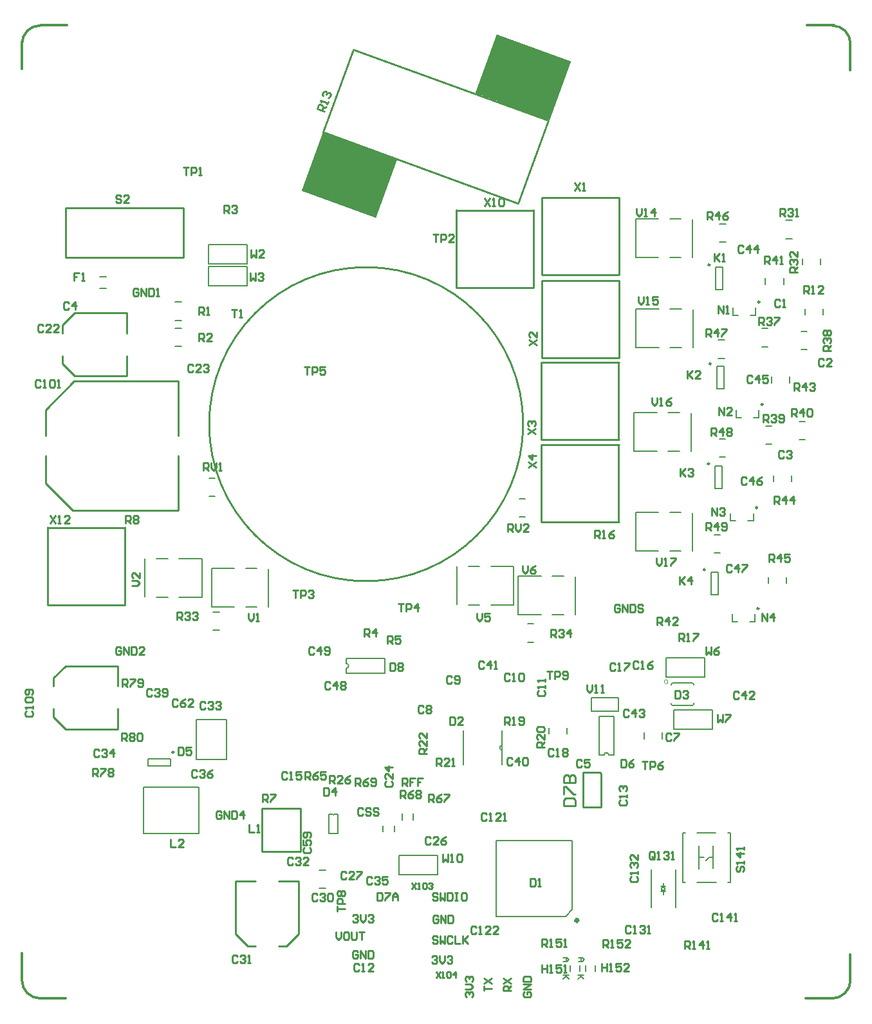
<source format=gto>
G04 Layer_Color=65535*
%FSLAX25Y25*%
%MOIN*%
G70*
G01*
G75*
%ADD10C,0.01200*%
%ADD51C,0.01500*%
%ADD52C,0.01000*%
%ADD90C,0.00984*%
%ADD91C,0.00600*%
%ADD92C,0.00787*%
%ADD93C,0.00000*%
%ADD94C,0.00500*%
G04:AMPARAMS|DCode=95|XSize=409.45mil|YSize=322.83mil|CornerRadius=0mil|HoleSize=0mil|Usage=FLASHONLY|Rotation=160.000|XOffset=0mil|YOffset=0mil|HoleType=Round|Shape=Rectangle|*
%AMROTATEDRECTD95*
4,1,4,0.24759,0.08166,0.13717,-0.22170,-0.24759,-0.08166,-0.13717,0.22170,0.24759,0.08166,0.0*
%
%ADD95ROTATEDRECTD95*%

D10*
X-17569Y479823D02*
G03*
X-27070Y470322I0J-9501D01*
G01*
X402067Y470325D02*
G03*
X392566Y479826I-9501J0D01*
G01*
X392569Y-24114D02*
G03*
X402070Y-14613I0J9501D01*
G01*
X-27067Y-14616D02*
G03*
X-17566Y-24117I9501J0D01*
G01*
X-27067Y457185D02*
Y471161D01*
X-17470Y479823D02*
X-3789D01*
X379429Y479823D02*
X393406D01*
X402067Y456545D02*
Y470226D01*
X402067Y-15453D02*
Y-1476D01*
X378789Y-24114D02*
X392471D01*
X-27067Y-14518D02*
Y-837D01*
X-18406Y-24114D02*
X-4429D01*
D51*
X260971Y16232D02*
G03*
X260971Y16232I-707J0D01*
G01*
D52*
X232535Y273307D02*
G03*
X232535Y273307I-81315J0D01*
G01*
X22638Y137697D02*
Y148130D01*
X-4527D02*
X22638D01*
X22638Y115453D02*
Y125886D01*
X-4527Y115453D02*
X22638D01*
X-10827Y121752D02*
X-4527Y115453D01*
X-10827Y141831D02*
X-4527Y148130D01*
X-10827Y137697D02*
Y141831D01*
X-10827Y121752D02*
Y125886D01*
X272402Y92913D02*
X272992Y92323D01*
Y75000D02*
Y92323D01*
X263543Y92913D02*
X272402D01*
X263543Y75000D02*
X272992D01*
X263543D02*
Y92913D01*
X56496Y359764D02*
Y385354D01*
X-4528Y359764D02*
X56496D01*
X-4528Y385354D02*
X56496D01*
X-4528Y359764D02*
Y385354D01*
X144632Y467481D02*
X245631Y430720D01*
X230011Y387805D02*
X245631Y430720D01*
X230011Y387805D02*
X230011Y387805D01*
X129012Y424566D02*
X144632Y467481D01*
X129012Y424566D02*
X230011Y387805D01*
X26221Y179724D02*
Y219882D01*
X-13780Y219724D02*
X26221D01*
X-13780Y179724D02*
Y219882D01*
Y179724D02*
X26221D01*
X237953Y344134D02*
Y384291D01*
X197953Y384134D02*
X237953D01*
X197953Y344134D02*
Y384291D01*
Y344134D02*
X237953D01*
X281914Y222730D02*
Y262730D01*
X241914D02*
X282071D01*
X241914Y222730D02*
Y262730D01*
Y222730D02*
X282071D01*
X282032Y265273D02*
Y305273D01*
X242032D02*
X282190D01*
X242032Y265273D02*
Y305273D01*
Y265273D02*
X282190D01*
X282106Y307756D02*
Y347756D01*
X242106D02*
X282264D01*
X242106Y307756D02*
Y347756D01*
Y307756D02*
X282264D01*
X282180Y350701D02*
Y390701D01*
X242180D02*
X282337D01*
X242180Y350701D02*
Y390701D01*
Y350701D02*
X282337D01*
X107185Y52106D02*
X117185D01*
Y74468D01*
X97185D02*
X117185D01*
X97185Y52106D02*
X107185D01*
X97185D02*
Y74468D01*
X-14803Y280787D02*
X-39Y295551D01*
X-14803Y267205D02*
Y280787D01*
X-630Y228622D02*
X3504D01*
X-14803Y242795D02*
X-630Y228622D01*
X-14803Y242795D02*
Y256968D01*
X3504Y228622D02*
X53898D01*
Y256968D01*
X-39Y295551D02*
X53898D01*
Y267205D02*
Y295551D01*
X116240Y9449D02*
Y36614D01*
X105807D02*
X116240D01*
X109941Y3150D02*
X116240Y9449D01*
X105807Y3150D02*
X109941D01*
X83563Y36614D02*
X93996D01*
X89862Y3150D02*
X93996D01*
X83563Y9449D02*
Y36614D01*
Y9449D02*
X89862Y3150D01*
X27323Y320472D02*
Y330906D01*
X158D02*
X27323D01*
X27323Y298228D02*
Y308661D01*
X158Y298228D02*
X27323D01*
X-6142Y304528D02*
X158Y298228D01*
X-6142Y324606D02*
X158Y330906D01*
X-6142Y320472D02*
Y324606D01*
X-6142Y304528D02*
Y308661D01*
X90158Y175298D02*
Y172632D01*
X91490Y171299D01*
X92823Y172632D01*
Y175298D01*
X94156Y171299D02*
X95489D01*
X94823D01*
Y175298D01*
X94156Y174632D01*
X53453Y130301D02*
X52787Y130967D01*
X51454D01*
X50787Y130301D01*
Y127635D01*
X51454Y126969D01*
X52787D01*
X53453Y127635D01*
X57452Y130967D02*
X56119Y130301D01*
X54786Y128968D01*
Y127635D01*
X55453Y126969D01*
X56786D01*
X57452Y127635D01*
Y128301D01*
X56786Y128968D01*
X54786D01*
X61451Y126969D02*
X58785D01*
X61451Y129634D01*
Y130301D01*
X60784Y130967D01*
X59451D01*
X58785Y130301D01*
X253451Y75709D02*
X259449D01*
Y78708D01*
X258449Y79707D01*
X254450D01*
X253451Y78708D01*
Y75709D01*
Y81707D02*
Y85705D01*
X254450D01*
X258449Y81707D01*
X259449D01*
X253451Y87705D02*
X259449D01*
Y90704D01*
X258449Y91703D01*
X257450D01*
X256450Y90704D01*
Y87705D01*
Y90704D01*
X255450Y91703D01*
X254450D01*
X253451Y90704D01*
Y87705D01*
X156791Y30524D02*
Y26526D01*
X158791D01*
X159457Y27192D01*
Y29858D01*
X158791Y30524D01*
X156791D01*
X160790D02*
X163456D01*
Y29858D01*
X160790Y27192D01*
Y26526D01*
X164789D02*
Y29191D01*
X166122Y30524D01*
X167455Y29191D01*
Y26526D01*
Y28525D01*
X164789D01*
X311260Y135455D02*
Y131457D01*
X313259D01*
X313926Y132123D01*
Y134789D01*
X313259Y135455D01*
X311260D01*
X315259Y134789D02*
X315925Y135455D01*
X317258D01*
X317924Y134789D01*
Y134123D01*
X317258Y133456D01*
X316591D01*
X317258D01*
X317924Y132790D01*
Y132123D01*
X317258Y131457D01*
X315925D01*
X315259Y132123D01*
X327244Y158093D02*
Y154095D01*
X328577Y155427D01*
X329910Y154095D01*
Y158093D01*
X333909D02*
X332576Y157427D01*
X331243Y156094D01*
Y154761D01*
X331909Y154095D01*
X333242D01*
X333909Y154761D01*
Y155427D01*
X333242Y156094D01*
X331243D01*
X184654Y58943D02*
X183987Y59609D01*
X182655D01*
X181988Y58943D01*
Y56277D01*
X182655Y55610D01*
X183987D01*
X184654Y56277D01*
X188653Y55610D02*
X185987D01*
X188653Y58276D01*
Y58943D01*
X187986Y59609D01*
X186653D01*
X185987Y58943D01*
X192651Y59609D02*
X191319Y58943D01*
X189986Y57610D01*
Y56277D01*
X190652Y55610D01*
X191985D01*
X192651Y56277D01*
Y56943D01*
X191985Y57610D01*
X189986D01*
X194488Y121518D02*
Y117520D01*
X196487D01*
X197154Y118186D01*
Y120852D01*
X196487Y121518D01*
X194488D01*
X201153Y117520D02*
X198487D01*
X201153Y120185D01*
Y120852D01*
X200486Y121518D01*
X199153D01*
X198487Y120852D01*
X29978Y189528D02*
X32643D01*
X33976Y190860D01*
X32643Y192193D01*
X29978D01*
X33976Y196192D02*
Y193526D01*
X31311Y196192D01*
X30644D01*
X29978Y195526D01*
Y194193D01*
X30644Y193526D01*
X269685Y214409D02*
Y218408D01*
X271684D01*
X272351Y217742D01*
Y216409D01*
X271684Y215742D01*
X269685D01*
X271018D02*
X272351Y214409D01*
X273684D02*
X275017D01*
X274350D01*
Y218408D01*
X273684Y217742D01*
X279682Y218408D02*
X278349Y217742D01*
X277016Y216409D01*
Y215076D01*
X277682Y214409D01*
X279015D01*
X279682Y215076D01*
Y215742D01*
X279015Y216409D01*
X277016D01*
X26575Y222146D02*
Y226144D01*
X28574D01*
X29241Y225478D01*
Y224145D01*
X28574Y223479D01*
X26575D01*
X27908D02*
X29241Y222146D01*
X30573Y225478D02*
X31240Y226144D01*
X32573D01*
X33239Y225478D01*
Y224812D01*
X32573Y224145D01*
X33239Y223479D01*
Y222812D01*
X32573Y222146D01*
X31240D01*
X30573Y222812D01*
Y223479D01*
X31240Y224145D01*
X30573Y224812D01*
Y225478D01*
X31240Y224145D02*
X32573D01*
X313228Y161142D02*
Y165140D01*
X315228D01*
X315894Y164474D01*
Y163141D01*
X315228Y162475D01*
X313228D01*
X314561D02*
X315894Y161142D01*
X317227D02*
X318560D01*
X317894D01*
Y165140D01*
X317227Y164474D01*
X320559Y165140D02*
X323225D01*
Y164474D01*
X320559Y161808D01*
Y161142D01*
X365658Y337191D02*
X364991Y337857D01*
X363659D01*
X362992Y337191D01*
Y334525D01*
X363659Y333858D01*
X364991D01*
X365658Y334525D01*
X366991Y333858D02*
X368324D01*
X367657D01*
Y337857D01*
X366991Y337191D01*
X388296Y306600D02*
X387629Y307266D01*
X386296D01*
X385630Y306600D01*
Y303934D01*
X386296Y303268D01*
X387629D01*
X388296Y303934D01*
X392294Y303268D02*
X389629D01*
X392294Y305933D01*
Y306600D01*
X391628Y307266D01*
X390295D01*
X389629Y306600D01*
X367705Y258844D02*
X367039Y259510D01*
X365706D01*
X365039Y258844D01*
Y256178D01*
X365706Y255512D01*
X367039D01*
X367705Y256178D01*
X369038Y258844D02*
X369705Y259510D01*
X371037D01*
X371704Y258844D01*
Y258178D01*
X371037Y257511D01*
X370371D01*
X371037D01*
X371704Y256845D01*
Y256178D01*
X371037Y255512D01*
X369705D01*
X369038Y256178D01*
X-2905Y335911D02*
X-3571Y336577D01*
X-4904D01*
X-5571Y335911D01*
Y333245D01*
X-4904Y332579D01*
X-3571D01*
X-2905Y333245D01*
X427Y332579D02*
Y336577D01*
X-1572Y334578D01*
X1094D01*
X262823Y98844D02*
X262157Y99511D01*
X260824D01*
X260157Y98844D01*
Y96178D01*
X260824Y95512D01*
X262157D01*
X262823Y96178D01*
X266822Y99511D02*
X264156D01*
Y97511D01*
X265489Y98178D01*
X266156D01*
X266822Y97511D01*
Y96178D01*
X266156Y95512D01*
X264823D01*
X264156Y96178D01*
X309359Y112486D02*
X308692Y113152D01*
X307359D01*
X306693Y112486D01*
Y109820D01*
X307359Y109153D01*
X308692D01*
X309359Y109820D01*
X310692Y113152D02*
X313357D01*
Y112486D01*
X310692Y109820D01*
Y109153D01*
X110245Y92801D02*
X109578Y93467D01*
X108245D01*
X107579Y92801D01*
Y90135D01*
X108245Y89468D01*
X109578D01*
X110245Y90135D01*
X111577Y89468D02*
X112910D01*
X112244D01*
Y93467D01*
X111577Y92801D01*
X117576Y93467D02*
X114910D01*
Y91468D01*
X116243Y92134D01*
X116909D01*
X117576Y91468D01*
Y90135D01*
X116909Y89468D01*
X115576D01*
X114910Y90135D01*
X292252Y149828D02*
X291586Y150495D01*
X290253D01*
X289587Y149828D01*
Y147162D01*
X290253Y146496D01*
X291586D01*
X292252Y147162D01*
X293585Y146496D02*
X294918D01*
X294252D01*
Y150495D01*
X293585Y149828D01*
X299583Y150495D02*
X298251Y149828D01*
X296918Y148495D01*
Y147162D01*
X297584Y146496D01*
X298917D01*
X299583Y147162D01*
Y147829D01*
X298917Y148495D01*
X296918D01*
X280186Y149080D02*
X279519Y149747D01*
X278186D01*
X277520Y149080D01*
Y146414D01*
X278186Y145748D01*
X279519D01*
X280186Y146414D01*
X281518Y145748D02*
X282851D01*
X282185D01*
Y149747D01*
X281518Y149080D01*
X284851Y149747D02*
X287516D01*
Y149080D01*
X284851Y146414D01*
Y145748D01*
X248178Y104710D02*
X247511Y105377D01*
X246178D01*
X245512Y104710D01*
Y102044D01*
X246178Y101378D01*
X247511D01*
X248178Y102044D01*
X249511Y101378D02*
X250843D01*
X250177D01*
Y105377D01*
X249511Y104710D01*
X252843D02*
X253509Y105377D01*
X254842D01*
X255509Y104710D01*
Y104044D01*
X254842Y103377D01*
X255509Y102711D01*
Y102044D01*
X254842Y101378D01*
X253509D01*
X252843Y102044D01*
Y102711D01*
X253509Y103377D01*
X252843Y104044D01*
Y104710D01*
X253509Y103377D02*
X254842D01*
X-16232Y324395D02*
X-16898Y325062D01*
X-18231D01*
X-18898Y324395D01*
Y321729D01*
X-18231Y321063D01*
X-16898D01*
X-16232Y321729D01*
X-12233Y321063D02*
X-14899D01*
X-12233Y323729D01*
Y324395D01*
X-12900Y325062D01*
X-14232D01*
X-14899Y324395D01*
X-8234Y321063D02*
X-10900D01*
X-8234Y323729D01*
Y324395D01*
X-8901Y325062D01*
X-10234D01*
X-10900Y324395D01*
X161589Y88296D02*
X160923Y87629D01*
Y86296D01*
X161589Y85630D01*
X164255D01*
X164921Y86296D01*
Y87629D01*
X164255Y88296D01*
X164921Y92294D02*
Y89629D01*
X162256Y92294D01*
X161589D01*
X160923Y91628D01*
Y90295D01*
X161589Y89629D01*
X164921Y95627D02*
X160923D01*
X162922Y93627D01*
Y96293D01*
X140855Y40931D02*
X140188Y41597D01*
X138855D01*
X138189Y40931D01*
Y38265D01*
X138855Y37598D01*
X140188D01*
X140855Y38265D01*
X144853Y37598D02*
X142188D01*
X144853Y40264D01*
Y40931D01*
X144187Y41597D01*
X142854D01*
X142188Y40931D01*
X146186Y41597D02*
X148852D01*
Y40931D01*
X146186Y38265D01*
Y37598D01*
X125944Y29522D02*
X125278Y30189D01*
X123945D01*
X123279Y29522D01*
Y26856D01*
X123945Y26190D01*
X125278D01*
X125944Y26856D01*
X127277Y29522D02*
X127944Y30189D01*
X129277D01*
X129943Y29522D01*
Y28856D01*
X129277Y28189D01*
X128610D01*
X129277D01*
X129943Y27523D01*
Y26856D01*
X129277Y26190D01*
X127944D01*
X127277Y26856D01*
X131276Y29522D02*
X131942Y30189D01*
X133275D01*
X133942Y29522D01*
Y26856D01*
X133275Y26190D01*
X131942D01*
X131276Y26856D01*
Y29522D01*
X84650Y-2305D02*
X83983Y-1639D01*
X82650D01*
X81984Y-2305D01*
Y-4971D01*
X82650Y-5637D01*
X83983D01*
X84650Y-4971D01*
X85983Y-2305D02*
X86649Y-1639D01*
X87982D01*
X88648Y-2305D01*
Y-2971D01*
X87982Y-3638D01*
X87315D01*
X87982D01*
X88648Y-4304D01*
Y-4971D01*
X87982Y-5637D01*
X86649D01*
X85983Y-4971D01*
X89981Y-5637D02*
X91314D01*
X90648D01*
Y-1639D01*
X89981Y-2305D01*
X113394Y48214D02*
X112728Y48881D01*
X111395D01*
X110728Y48214D01*
Y45548D01*
X111395Y44882D01*
X112728D01*
X113394Y45548D01*
X114727Y48214D02*
X115393Y48881D01*
X116726D01*
X117393Y48214D01*
Y47548D01*
X116726Y46881D01*
X116060D01*
X116726D01*
X117393Y46215D01*
Y45548D01*
X116726Y44882D01*
X115393D01*
X114727Y45548D01*
X121392Y44882D02*
X118726D01*
X121392Y47548D01*
Y48214D01*
X120725Y48881D01*
X119392D01*
X118726Y48214D01*
X154255Y38417D02*
X153589Y39083D01*
X152256D01*
X151590Y38417D01*
Y35751D01*
X152256Y35085D01*
X153589D01*
X154255Y35751D01*
X155588Y38417D02*
X156255Y39083D01*
X157588D01*
X158254Y38417D01*
Y37751D01*
X157588Y37084D01*
X156921D01*
X157588D01*
X158254Y36418D01*
Y35751D01*
X157588Y35085D01*
X156255D01*
X155588Y35751D01*
X162253Y39083D02*
X159587D01*
Y37084D01*
X160920Y37751D01*
X161586D01*
X162253Y37084D01*
Y35751D01*
X161586Y35085D01*
X160254D01*
X159587Y35751D01*
X344280Y134198D02*
X343614Y134865D01*
X342281D01*
X341614Y134198D01*
Y131533D01*
X342281Y130866D01*
X343614D01*
X344280Y131533D01*
X347612Y130866D02*
Y134865D01*
X345613Y132866D01*
X348279D01*
X352277Y130866D02*
X349612D01*
X352277Y133532D01*
Y134198D01*
X351611Y134865D01*
X350278D01*
X349612Y134198D01*
X287312Y125084D02*
X286645Y125751D01*
X285312D01*
X284646Y125084D01*
Y122418D01*
X285312Y121752D01*
X286645D01*
X287312Y122418D01*
X290644Y121752D02*
Y125751D01*
X288644Y123751D01*
X291310D01*
X292643Y125084D02*
X293309Y125751D01*
X294642D01*
X295309Y125084D01*
Y124418D01*
X294642Y123751D01*
X293976D01*
X294642D01*
X295309Y123085D01*
Y122418D01*
X294642Y121752D01*
X293309D01*
X292643Y122418D01*
X346662Y365242D02*
X345995Y365908D01*
X344662D01*
X343996Y365242D01*
Y362576D01*
X344662Y361910D01*
X345995D01*
X346662Y362576D01*
X349994Y361910D02*
Y365908D01*
X347995Y363909D01*
X350661D01*
X353993Y361910D02*
Y365908D01*
X351993Y363909D01*
X354659D01*
X351288Y297919D02*
X350621Y298585D01*
X349289D01*
X348622Y297919D01*
Y295253D01*
X349289Y294587D01*
X350621D01*
X351288Y295253D01*
X354620Y294587D02*
Y298585D01*
X352621Y296586D01*
X355287D01*
X359285Y298585D02*
X356620D01*
Y296586D01*
X357952Y297252D01*
X358619D01*
X359285Y296586D01*
Y295253D01*
X358619Y294587D01*
X357286D01*
X356620Y295253D01*
X348335Y245458D02*
X347669Y246125D01*
X346336D01*
X345669Y245458D01*
Y242792D01*
X346336Y242126D01*
X347669D01*
X348335Y242792D01*
X351667Y242126D02*
Y246125D01*
X349668Y244125D01*
X352334D01*
X356332Y246125D02*
X355000Y245458D01*
X353667Y244125D01*
Y242792D01*
X354333Y242126D01*
X355666D01*
X356332Y242792D01*
Y243459D01*
X355666Y244125D01*
X353667D01*
X340658Y199887D02*
X339991Y200554D01*
X338659D01*
X337992Y199887D01*
Y197222D01*
X338659Y196555D01*
X339991D01*
X340658Y197222D01*
X343990Y196555D02*
Y200554D01*
X341991Y198555D01*
X344657D01*
X345989Y200554D02*
X348655D01*
Y199887D01*
X345989Y197222D01*
Y196555D01*
X132489Y139356D02*
X131822Y140022D01*
X130489D01*
X129823Y139356D01*
Y136690D01*
X130489Y136024D01*
X131822D01*
X132489Y136690D01*
X135821Y136024D02*
Y140022D01*
X133821Y138023D01*
X136487D01*
X137820Y139356D02*
X138487Y140022D01*
X139820D01*
X140486Y139356D01*
Y138689D01*
X139820Y138023D01*
X140486Y137356D01*
Y136690D01*
X139820Y136024D01*
X138487D01*
X137820Y136690D01*
Y137356D01*
X138487Y138023D01*
X137820Y138689D01*
Y139356D01*
X138487Y138023D02*
X139820D01*
X124221Y157368D02*
X123555Y158034D01*
X122222D01*
X121555Y157368D01*
Y154702D01*
X122222Y154035D01*
X123555D01*
X124221Y154702D01*
X127553Y154035D02*
Y158034D01*
X125554Y156035D01*
X128220D01*
X129552Y154702D02*
X130219Y154035D01*
X131552D01*
X132218Y154702D01*
Y157368D01*
X131552Y158034D01*
X130219D01*
X129552Y157368D01*
Y156701D01*
X130219Y156035D01*
X132218D01*
X119109Y54044D02*
X118442Y53377D01*
Y52044D01*
X119109Y51378D01*
X121774D01*
X122441Y52044D01*
Y53377D01*
X121774Y54044D01*
X118442Y58043D02*
Y55377D01*
X120442D01*
X119775Y56710D01*
Y57376D01*
X120442Y58043D01*
X121774D01*
X122441Y57376D01*
Y56043D01*
X121774Y55377D01*
Y59375D02*
X122441Y60042D01*
Y61375D01*
X121774Y62041D01*
X119109D01*
X118442Y61375D01*
Y60042D01*
X119109Y59375D01*
X119775D01*
X120442Y60042D01*
Y62041D01*
X-17314Y295655D02*
X-17981Y296322D01*
X-19314D01*
X-19980Y295655D01*
Y292989D01*
X-19314Y292323D01*
X-17981D01*
X-17314Y292989D01*
X-15982Y292323D02*
X-14649D01*
X-15315D01*
Y296322D01*
X-15982Y295655D01*
X-12649D02*
X-11983Y296322D01*
X-10650D01*
X-9984Y295655D01*
Y292989D01*
X-10650Y292323D01*
X-11983D01*
X-12649Y292989D01*
Y295655D01*
X-8651Y292323D02*
X-7318D01*
X-7984D01*
Y296322D01*
X-8651Y295655D01*
X213650Y71246D02*
X212984Y71912D01*
X211651D01*
X210984Y71246D01*
Y68580D01*
X211651Y67913D01*
X212984D01*
X213650Y68580D01*
X214983Y67913D02*
X216316D01*
X215649D01*
Y71912D01*
X214983Y71246D01*
X220981Y67913D02*
X218315D01*
X220981Y70579D01*
Y71246D01*
X220315Y71912D01*
X218982D01*
X218315Y71246D01*
X222314Y67913D02*
X223647D01*
X222980D01*
Y71912D01*
X222314Y71246D01*
X208079Y12486D02*
X207413Y13152D01*
X206080D01*
X205413Y12486D01*
Y9820D01*
X206080Y9154D01*
X207413D01*
X208079Y9820D01*
X209412Y9154D02*
X210745D01*
X210079D01*
Y13152D01*
X209412Y12486D01*
X215410Y9154D02*
X212744D01*
X215410Y11819D01*
Y12486D01*
X214744Y13152D01*
X213411D01*
X212744Y12486D01*
X219409Y9154D02*
X216743D01*
X219409Y11819D01*
Y12486D01*
X218742Y13152D01*
X217409D01*
X216743Y12486D01*
X288256Y13135D02*
X287590Y13802D01*
X286257D01*
X285591Y13135D01*
Y10470D01*
X286257Y9803D01*
X287590D01*
X288256Y10470D01*
X289589Y9803D02*
X290922D01*
X290256D01*
Y13802D01*
X289589Y13135D01*
X292921D02*
X293588Y13802D01*
X294921D01*
X295587Y13135D01*
Y12469D01*
X294921Y11802D01*
X294254D01*
X294921D01*
X295587Y11136D01*
Y10470D01*
X294921Y9803D01*
X293588D01*
X292921Y10470D01*
X296920Y9803D02*
X298253D01*
X297587D01*
Y13802D01*
X296920Y13135D01*
X288715Y38886D02*
X288049Y38220D01*
Y36887D01*
X288715Y36220D01*
X291381D01*
X292047Y36887D01*
Y38220D01*
X291381Y38886D01*
X292047Y40219D02*
Y41552D01*
Y40886D01*
X288049D01*
X288715Y40219D01*
Y43551D02*
X288049Y44218D01*
Y45551D01*
X288715Y46217D01*
X289381D01*
X290048Y45551D01*
Y44884D01*
Y45551D01*
X290714Y46217D01*
X291381D01*
X292047Y45551D01*
Y44218D01*
X291381Y43551D01*
X292047Y50216D02*
Y47550D01*
X289381Y50216D01*
X288715D01*
X288049Y49549D01*
Y48217D01*
X288715Y47550D01*
X333296Y19198D02*
X332629Y19865D01*
X331296D01*
X330630Y19198D01*
Y16533D01*
X331296Y15866D01*
X332629D01*
X333296Y16533D01*
X334629Y15866D02*
X335962D01*
X335295D01*
Y19865D01*
X334629Y19198D01*
X339960Y15866D02*
Y19865D01*
X337961Y17865D01*
X340627D01*
X341960Y15866D02*
X343292D01*
X342626D01*
Y19865D01*
X341960Y19198D01*
X149713Y74100D02*
X149047Y74766D01*
X147714D01*
X147047Y74100D01*
Y71434D01*
X147714Y70768D01*
X149047D01*
X149713Y71434D01*
X153712Y74100D02*
X153045Y74766D01*
X151712D01*
X151046Y74100D01*
Y73434D01*
X151712Y72767D01*
X153045D01*
X153712Y72101D01*
Y71434D01*
X153045Y70768D01*
X151712D01*
X151046Y71434D01*
X157711Y74100D02*
X157044Y74766D01*
X155711D01*
X155045Y74100D01*
Y73434D01*
X155711Y72767D01*
X157044D01*
X157711Y72101D01*
Y71434D01*
X157044Y70768D01*
X155711D01*
X155045Y71434D01*
X236378Y37975D02*
Y33976D01*
X238377D01*
X239044Y34643D01*
Y37309D01*
X238377Y37975D01*
X236378D01*
X240377Y33976D02*
X241710D01*
X241043D01*
Y37975D01*
X240377Y37309D01*
X129331Y85003D02*
Y81004D01*
X131330D01*
X131997Y81670D01*
Y84336D01*
X131330Y85003D01*
X129331D01*
X135329Y81004D02*
Y85003D01*
X133329Y83003D01*
X135995D01*
X283071Y99570D02*
Y95571D01*
X285070D01*
X285737Y96237D01*
Y98903D01*
X285070Y99570D01*
X283071D01*
X289735D02*
X288403Y98903D01*
X287070Y97570D01*
Y96237D01*
X287736Y95571D01*
X289069D01*
X289735Y96237D01*
Y96904D01*
X289069Y97570D01*
X287070D01*
X163590Y149578D02*
Y145580D01*
X165589D01*
X166256Y146246D01*
Y148912D01*
X165589Y149578D01*
X163590D01*
X167588Y148912D02*
X168255Y149578D01*
X169588D01*
X170254Y148912D01*
Y148245D01*
X169588Y147579D01*
X170254Y146912D01*
Y146246D01*
X169588Y145580D01*
X168255D01*
X167588Y146246D01*
Y146912D01*
X168255Y147579D01*
X167588Y148245D01*
Y148912D01*
X168255Y147579D02*
X169588D01*
X2469Y351637D02*
X-197D01*
Y349637D01*
X1136D01*
X-197D01*
Y347638D01*
X3802D02*
X5135D01*
X4468D01*
Y351637D01*
X3802Y350970D01*
X33276Y342998D02*
X32610Y343664D01*
X31277D01*
X30610Y342998D01*
Y340332D01*
X31277Y339665D01*
X32610D01*
X33276Y340332D01*
Y341665D01*
X31943D01*
X34609Y339665D02*
Y343664D01*
X37275Y339665D01*
Y343664D01*
X38608D02*
Y339665D01*
X40607D01*
X41273Y340332D01*
Y342998D01*
X40607Y343664D01*
X38608D01*
X42606Y339665D02*
X43939D01*
X43273D01*
Y343664D01*
X42606Y342998D01*
X24221Y157368D02*
X23554Y158034D01*
X22222D01*
X21555Y157368D01*
Y154702D01*
X22222Y154035D01*
X23554D01*
X24221Y154702D01*
Y156035D01*
X22888D01*
X25554Y154035D02*
Y158034D01*
X28220Y154035D01*
Y158034D01*
X29553D02*
Y154035D01*
X31552D01*
X32218Y154702D01*
Y157368D01*
X31552Y158034D01*
X29553D01*
X36217Y154035D02*
X33551D01*
X36217Y156701D01*
Y157368D01*
X35551Y158034D01*
X34218D01*
X33551Y157368D01*
X76347Y72328D02*
X75680Y72995D01*
X74348D01*
X73681Y72328D01*
Y69662D01*
X74348Y68996D01*
X75680D01*
X76347Y69662D01*
Y70995D01*
X75014D01*
X77680Y68996D02*
Y72995D01*
X80346Y68996D01*
Y72995D01*
X81678D02*
Y68996D01*
X83678D01*
X84344Y69662D01*
Y72328D01*
X83678Y72995D01*
X81678D01*
X87677Y68996D02*
Y72995D01*
X85677Y70995D01*
X88343D01*
X282705Y179277D02*
X282039Y179944D01*
X280706D01*
X280039Y179277D01*
Y176611D01*
X280706Y175945D01*
X282039D01*
X282705Y176611D01*
Y177944D01*
X281372D01*
X284038Y175945D02*
Y179944D01*
X286704Y175945D01*
Y179944D01*
X288037D02*
Y175945D01*
X290036D01*
X290703Y176611D01*
Y179277D01*
X290036Y179944D01*
X288037D01*
X294701Y179277D02*
X294035Y179944D01*
X292702D01*
X292036Y179277D01*
Y178611D01*
X292702Y177944D01*
X294035D01*
X294701Y177278D01*
Y176611D01*
X294035Y175945D01*
X292702D01*
X292036Y176611D01*
X242224Y-6533D02*
Y-10531D01*
Y-8532D01*
X244890D01*
Y-6533D01*
Y-10531D01*
X246223D02*
X247556D01*
X246890D01*
Y-6533D01*
X246223Y-7199D01*
X252221Y-6533D02*
X249555D01*
Y-8532D01*
X250888Y-7866D01*
X251555D01*
X252221Y-8532D01*
Y-9865D01*
X251555Y-10531D01*
X250222D01*
X249555Y-9865D01*
X253554Y-10531D02*
X254887D01*
X254221D01*
Y-6533D01*
X253554Y-7199D01*
X331732Y361715D02*
Y357716D01*
Y359049D01*
X334398Y361715D01*
X332399Y359716D01*
X334398Y357716D01*
X335731D02*
X337064D01*
X336397D01*
Y361715D01*
X335731Y361049D01*
X317421Y300947D02*
Y296949D01*
Y298282D01*
X320087Y300947D01*
X318088Y298948D01*
X320087Y296949D01*
X324086D02*
X321420D01*
X324086Y299615D01*
Y300281D01*
X323419Y300947D01*
X322086D01*
X321420Y300281D01*
X313779Y250455D02*
Y246457D01*
Y247790D01*
X316445Y250455D01*
X314446Y248456D01*
X316445Y246457D01*
X317778Y249789D02*
X318445Y250455D01*
X319778D01*
X320444Y249789D01*
Y249123D01*
X319778Y248456D01*
X319111D01*
X319778D01*
X320444Y247790D01*
Y247123D01*
X319778Y246457D01*
X318445D01*
X317778Y247123D01*
X313681Y194451D02*
Y190453D01*
Y191786D01*
X316347Y194451D01*
X314348Y192452D01*
X316347Y190453D01*
X319679D02*
Y194451D01*
X317680Y192452D01*
X320346D01*
X90643Y65949D02*
Y61951D01*
X93309D01*
X94642D02*
X95975D01*
X95308D01*
Y65949D01*
X94642Y65283D01*
X333701Y330512D02*
Y334510D01*
X336367Y330512D01*
Y334510D01*
X337700Y330512D02*
X339032D01*
X338366D01*
Y334510D01*
X337700Y333844D01*
X333898Y278071D02*
Y282070D01*
X336563Y278071D01*
Y282070D01*
X340562Y278071D02*
X337896D01*
X340562Y280737D01*
Y281403D01*
X339896Y282070D01*
X338563D01*
X337896Y281403D01*
X330079Y226102D02*
Y230101D01*
X332745Y226102D01*
Y230101D01*
X334077Y229435D02*
X334744Y230101D01*
X336077D01*
X336743Y229435D01*
Y228768D01*
X336077Y228102D01*
X335410D01*
X336077D01*
X336743Y227435D01*
Y226769D01*
X336077Y226102D01*
X334744D01*
X334077Y226769D01*
X356299Y171417D02*
Y175416D01*
X358965Y171417D01*
Y175416D01*
X362297Y171417D02*
Y175416D01*
X360298Y173417D01*
X362964D01*
X300461Y48580D02*
Y51246D01*
X299795Y51912D01*
X298462D01*
X297795Y51246D01*
Y48580D01*
X298462Y47913D01*
X299795D01*
X299128Y49246D02*
X300461Y47913D01*
X299795D02*
X300461Y48580D01*
X301794Y47913D02*
X303127D01*
X302460D01*
Y51912D01*
X301794Y51246D01*
X305126D02*
X305793Y51912D01*
X307126D01*
X307792Y51246D01*
Y50579D01*
X307126Y49913D01*
X306459D01*
X307126D01*
X307792Y49246D01*
Y48580D01*
X307126Y47913D01*
X305793D01*
X305126Y48580D01*
X309125Y47913D02*
X310458D01*
X309791D01*
Y51912D01*
X309125Y51246D01*
X64724Y329921D02*
Y333920D01*
X66724D01*
X67390Y333254D01*
Y331921D01*
X66724Y331254D01*
X64724D01*
X66057D02*
X67390Y329921D01*
X68723D02*
X70056D01*
X69390D01*
Y333920D01*
X68723Y333254D01*
X64567Y316417D02*
Y320416D01*
X66566D01*
X67233Y319750D01*
Y318417D01*
X66566Y317750D01*
X64567D01*
X65900D02*
X67233Y316417D01*
X71231D02*
X68566D01*
X71231Y319083D01*
Y319750D01*
X70565Y320416D01*
X69232D01*
X68566Y319750D01*
X77461Y382579D02*
Y386577D01*
X79460D01*
X80126Y385911D01*
Y384578D01*
X79460Y383912D01*
X77461D01*
X78794D02*
X80126Y382579D01*
X81459Y385911D02*
X82126Y386577D01*
X83459D01*
X84125Y385911D01*
Y385244D01*
X83459Y384578D01*
X82792D01*
X83459D01*
X84125Y383912D01*
Y383245D01*
X83459Y382579D01*
X82126D01*
X81459Y383245D01*
X150315Y163347D02*
Y167345D01*
X152314D01*
X152981Y166679D01*
Y165346D01*
X152314Y164679D01*
X150315D01*
X151648D02*
X152981Y163347D01*
X156313D02*
Y167345D01*
X154314Y165346D01*
X156980D01*
X162390Y159580D02*
Y163578D01*
X164389D01*
X165056Y162912D01*
Y161579D01*
X164389Y160912D01*
X162390D01*
X163723D02*
X165056Y159580D01*
X169054Y163578D02*
X166388D01*
Y161579D01*
X167721Y162245D01*
X168388D01*
X169054Y161579D01*
Y160246D01*
X168388Y159580D01*
X167055D01*
X166388Y160246D01*
X97441Y77658D02*
Y81656D01*
X99440D01*
X100107Y80990D01*
Y79657D01*
X99440Y78990D01*
X97441D01*
X98774D02*
X100107Y77658D01*
X101440Y81656D02*
X104105D01*
Y80990D01*
X101440Y78324D01*
Y77658D01*
X377835Y340945D02*
Y344944D01*
X379834D01*
X380500Y344277D01*
Y342944D01*
X379834Y342278D01*
X377835D01*
X379168D02*
X380500Y340945D01*
X381833D02*
X383166D01*
X382500D01*
Y344944D01*
X381833Y344277D01*
X387831Y340945D02*
X385166D01*
X387831Y343611D01*
Y344277D01*
X387165Y344944D01*
X385832D01*
X385166Y344277D01*
X132087Y87303D02*
Y91302D01*
X134086D01*
X134752Y90635D01*
Y89302D01*
X134086Y88636D01*
X132087D01*
X133420D02*
X134752Y87303D01*
X138751D02*
X136085D01*
X138751Y89969D01*
Y90635D01*
X138085Y91302D01*
X136752D01*
X136085Y90635D01*
X142750Y91302D02*
X141417Y90635D01*
X140084Y89302D01*
Y87970D01*
X140751Y87303D01*
X142083D01*
X142750Y87970D01*
Y88636D01*
X142083Y89302D01*
X140084D01*
X365512Y381142D02*
Y385140D01*
X367511D01*
X368178Y384474D01*
Y383141D01*
X367511Y382475D01*
X365512D01*
X366845D02*
X368178Y381142D01*
X369511Y384474D02*
X370177Y385140D01*
X371510D01*
X372176Y384474D01*
Y383807D01*
X371510Y383141D01*
X370843D01*
X371510D01*
X372176Y382475D01*
Y381808D01*
X371510Y381142D01*
X370177D01*
X369511Y381808D01*
X373509Y381142D02*
X374842D01*
X374176D01*
Y385140D01*
X373509Y384474D01*
X374410Y351929D02*
X370411D01*
Y353928D01*
X371077Y354595D01*
X372410D01*
X373077Y353928D01*
Y351929D01*
Y353262D02*
X374410Y354595D01*
X371077Y355928D02*
X370411Y356594D01*
Y357927D01*
X371077Y358594D01*
X371744D01*
X372410Y357927D01*
Y357261D01*
Y357927D01*
X373077Y358594D01*
X373743D01*
X374410Y357927D01*
Y356594D01*
X373743Y355928D01*
X374410Y362592D02*
Y359927D01*
X371744Y362592D01*
X371077D01*
X370411Y361926D01*
Y360593D01*
X371077Y359927D01*
X53189Y171929D02*
Y175928D01*
X55188D01*
X55855Y175261D01*
Y173928D01*
X55188Y173262D01*
X53189D01*
X54522D02*
X55855Y171929D01*
X57188Y175261D02*
X57854Y175928D01*
X59187D01*
X59854Y175261D01*
Y174595D01*
X59187Y173928D01*
X58521D01*
X59187D01*
X59854Y173262D01*
Y172596D01*
X59187Y171929D01*
X57854D01*
X57188Y172596D01*
X61186Y175261D02*
X61853Y175928D01*
X63186D01*
X63852Y175261D01*
Y174595D01*
X63186Y173928D01*
X62519D01*
X63186D01*
X63852Y173262D01*
Y172596D01*
X63186Y171929D01*
X61853D01*
X61186Y172596D01*
X247047Y162953D02*
Y166952D01*
X249047D01*
X249713Y166285D01*
Y164952D01*
X249047Y164286D01*
X247047D01*
X248380D02*
X249713Y162953D01*
X251046Y166285D02*
X251712Y166952D01*
X253045D01*
X253712Y166285D01*
Y165619D01*
X253045Y164952D01*
X252379D01*
X253045D01*
X253712Y164286D01*
Y163619D01*
X253045Y162953D01*
X251712D01*
X251046Y163619D01*
X257044Y162953D02*
Y166952D01*
X255045Y164952D01*
X257711D01*
X354685Y324488D02*
Y328487D01*
X356684D01*
X357351Y327820D01*
Y326487D01*
X356684Y325821D01*
X354685D01*
X356018D02*
X357351Y324488D01*
X358684Y327820D02*
X359350Y328487D01*
X360683D01*
X361350Y327820D01*
Y327154D01*
X360683Y326487D01*
X360017D01*
X360683D01*
X361350Y325821D01*
Y325155D01*
X360683Y324488D01*
X359350D01*
X358684Y325155D01*
X362683Y328487D02*
X365348D01*
Y327820D01*
X362683Y325155D01*
Y324488D01*
X391772Y311378D02*
X387773D01*
Y313377D01*
X388439Y314044D01*
X389772D01*
X390439Y313377D01*
Y311378D01*
Y312711D02*
X391772Y314044D01*
X388439Y315377D02*
X387773Y316043D01*
Y317376D01*
X388439Y318042D01*
X389106D01*
X389772Y317376D01*
Y316710D01*
Y317376D01*
X390439Y318042D01*
X391105D01*
X391772Y317376D01*
Y316043D01*
X391105Y315377D01*
X388439Y319375D02*
X387773Y320042D01*
Y321375D01*
X388439Y322041D01*
X389106D01*
X389772Y321375D01*
X390439Y322041D01*
X391105D01*
X391772Y321375D01*
Y320042D01*
X391105Y319375D01*
X390439D01*
X389772Y320042D01*
X389106Y319375D01*
X388439D01*
X389772Y320042D02*
Y321375D01*
X356988Y274410D02*
Y278408D01*
X358987D01*
X359654Y277742D01*
Y276409D01*
X358987Y275742D01*
X356988D01*
X358321D02*
X359654Y274410D01*
X360987Y277742D02*
X361653Y278408D01*
X362986D01*
X363653Y277742D01*
Y277075D01*
X362986Y276409D01*
X362320D01*
X362986D01*
X363653Y275742D01*
Y275076D01*
X362986Y274410D01*
X361653D01*
X360987Y275076D01*
X364986D02*
X365652Y274410D01*
X366985D01*
X367651Y275076D01*
Y277742D01*
X366985Y278408D01*
X365652D01*
X364986Y277742D01*
Y277075D01*
X365652Y276409D01*
X367651D01*
X371535Y277165D02*
Y281164D01*
X373535D01*
X374201Y280498D01*
Y279165D01*
X373535Y278498D01*
X371535D01*
X372868D02*
X374201Y277165D01*
X377534D02*
Y281164D01*
X375534Y279165D01*
X378200D01*
X379533Y280498D02*
X380199Y281164D01*
X381532D01*
X382199Y280498D01*
Y277832D01*
X381532Y277165D01*
X380199D01*
X379533Y277832D01*
Y280498D01*
X357638Y356378D02*
Y360377D01*
X359637D01*
X360304Y359710D01*
Y358377D01*
X359637Y357711D01*
X357638D01*
X358971D02*
X360304Y356378D01*
X363636D02*
Y360377D01*
X361636Y358377D01*
X364302D01*
X365635Y356378D02*
X366968D01*
X366302D01*
Y360377D01*
X365635Y359710D01*
X372913Y290787D02*
Y294786D01*
X374913D01*
X375579Y294120D01*
Y292787D01*
X374913Y292120D01*
X372913D01*
X374246D02*
X375579Y290787D01*
X378911D02*
Y294786D01*
X376912Y292787D01*
X379578D01*
X380911Y294120D02*
X381577Y294786D01*
X382910D01*
X383577Y294120D01*
Y293453D01*
X382910Y292787D01*
X382244D01*
X382910D01*
X383577Y292120D01*
Y291454D01*
X382910Y290787D01*
X381577D01*
X380911Y291454D01*
X362559Y231968D02*
Y235967D01*
X364558D01*
X365225Y235301D01*
Y233968D01*
X364558Y233301D01*
X362559D01*
X363892D02*
X365225Y231968D01*
X368557D02*
Y235967D01*
X366558Y233968D01*
X369224D01*
X372556Y231968D02*
Y235967D01*
X370556Y233968D01*
X373222D01*
X359921Y202087D02*
Y206085D01*
X361921D01*
X362587Y205419D01*
Y204086D01*
X361921Y203419D01*
X359921D01*
X361254D02*
X362587Y202087D01*
X365919D02*
Y206085D01*
X363920Y204086D01*
X366586D01*
X370585Y206085D02*
X367919D01*
Y204086D01*
X369252Y204752D01*
X369918D01*
X370585Y204086D01*
Y202753D01*
X369918Y202087D01*
X368585D01*
X367919Y202753D01*
X327992Y379213D02*
Y383211D01*
X329992D01*
X330658Y382545D01*
Y381212D01*
X329992Y380545D01*
X327992D01*
X329325D02*
X330658Y379213D01*
X333990D02*
Y383211D01*
X331991Y381212D01*
X334657D01*
X338655Y383211D02*
X337322Y382545D01*
X335989Y381212D01*
Y379879D01*
X336656Y379213D01*
X337989D01*
X338655Y379879D01*
Y380545D01*
X337989Y381212D01*
X335989D01*
X327126Y318779D02*
Y322778D01*
X329125D01*
X329792Y322112D01*
Y320779D01*
X329125Y320112D01*
X327126D01*
X328459D02*
X329792Y318779D01*
X333124D02*
Y322778D01*
X331125Y320779D01*
X333790D01*
X335123Y322778D02*
X337789D01*
Y322112D01*
X335123Y319446D01*
Y318779D01*
X329980Y267303D02*
Y271302D01*
X331980D01*
X332646Y270635D01*
Y269302D01*
X331980Y268636D01*
X329980D01*
X331313D02*
X332646Y267303D01*
X335978D02*
Y271302D01*
X333979Y269302D01*
X336645D01*
X337978Y270635D02*
X338644Y271302D01*
X339977D01*
X340644Y270635D01*
Y269969D01*
X339977Y269302D01*
X340644Y268636D01*
Y267969D01*
X339977Y267303D01*
X338644D01*
X337978Y267969D01*
Y268636D01*
X338644Y269302D01*
X337978Y269969D01*
Y270635D01*
X338644Y269302D02*
X339977D01*
X327286Y218453D02*
Y222451D01*
X329285D01*
X329952Y221785D01*
Y220452D01*
X329285Y219786D01*
X327286D01*
X328619D02*
X329952Y218453D01*
X333284D02*
Y222451D01*
X331285Y220452D01*
X333950D01*
X335283Y219119D02*
X335950Y218453D01*
X337283D01*
X337949Y219119D01*
Y221785D01*
X337283Y222451D01*
X335950D01*
X335283Y221785D01*
Y221118D01*
X335950Y220452D01*
X337949D01*
X119587Y89468D02*
Y93467D01*
X121586D01*
X122252Y92801D01*
Y91468D01*
X121586Y90801D01*
X119587D01*
X120920D02*
X122252Y89468D01*
X126251Y93467D02*
X124918Y92801D01*
X123585Y91468D01*
Y90135D01*
X124252Y89468D01*
X125585D01*
X126251Y90135D01*
Y90801D01*
X125585Y91468D01*
X123585D01*
X130250Y93467D02*
X127584D01*
Y91468D01*
X128917Y92134D01*
X129583D01*
X130250Y91468D01*
Y90135D01*
X129583Y89468D01*
X128251D01*
X127584Y90135D01*
X183563Y77658D02*
Y81656D01*
X185562D01*
X186229Y80990D01*
Y79657D01*
X185562Y78990D01*
X183563D01*
X184896D02*
X186229Y77658D01*
X190227Y81656D02*
X188895Y80990D01*
X187562Y79657D01*
Y78324D01*
X188228Y77658D01*
X189561D01*
X190227Y78324D01*
Y78990D01*
X189561Y79657D01*
X187562D01*
X191560Y81656D02*
X194226D01*
Y80990D01*
X191560Y78324D01*
Y77658D01*
X168898Y79626D02*
Y83625D01*
X170897D01*
X171563Y82958D01*
Y81625D01*
X170897Y80959D01*
X168898D01*
X170230D02*
X171563Y79626D01*
X175562Y83625D02*
X174229Y82958D01*
X172896Y81625D01*
Y80292D01*
X173563Y79626D01*
X174896D01*
X175562Y80292D01*
Y80959D01*
X174896Y81625D01*
X172896D01*
X176895Y82958D02*
X177561Y83625D01*
X178894D01*
X179561Y82958D01*
Y82292D01*
X178894Y81625D01*
X179561Y80959D01*
Y80292D01*
X178894Y79626D01*
X177561D01*
X176895Y80292D01*
Y80959D01*
X177561Y81625D01*
X176895Y82292D01*
Y82958D01*
X177561Y81625D02*
X178894D01*
X145630Y86102D02*
Y90101D01*
X147629D01*
X148296Y89435D01*
Y88102D01*
X147629Y87435D01*
X145630D01*
X146963D02*
X148296Y86102D01*
X152294Y90101D02*
X150961Y89435D01*
X149629Y88102D01*
Y86769D01*
X150295Y86102D01*
X151628D01*
X152294Y86769D01*
Y87435D01*
X151628Y88102D01*
X149629D01*
X153627Y86769D02*
X154294Y86102D01*
X155627D01*
X156293Y86769D01*
Y89435D01*
X155627Y90101D01*
X154294D01*
X153627Y89435D01*
Y88768D01*
X154294Y88102D01*
X156293D01*
X316102Y1811D02*
Y5810D01*
X318102D01*
X318768Y5143D01*
Y3810D01*
X318102Y3144D01*
X316102D01*
X317435D02*
X318768Y1811D01*
X320101D02*
X321434D01*
X320767D01*
Y5810D01*
X320101Y5143D01*
X325433Y1811D02*
Y5810D01*
X323433Y3810D01*
X326099D01*
X327432Y1811D02*
X328765D01*
X328099D01*
Y5810D01*
X327432Y5143D01*
X242224Y2657D02*
Y6656D01*
X244224D01*
X244890Y5990D01*
Y4657D01*
X244224Y3990D01*
X242224D01*
X243557D02*
X244890Y2657D01*
X246223D02*
X247556D01*
X246890D01*
Y6656D01*
X246223Y5990D01*
X252221Y6656D02*
X249555D01*
Y4657D01*
X250888Y5323D01*
X251555D01*
X252221Y4657D01*
Y3324D01*
X251555Y2657D01*
X250222D01*
X249555Y3324D01*
X253554Y2657D02*
X254887D01*
X254221D01*
Y6656D01*
X253554Y5990D01*
X273819Y2461D02*
Y6459D01*
X275818D01*
X276485Y5793D01*
Y4460D01*
X275818Y3793D01*
X273819D01*
X275152D02*
X276485Y2461D01*
X277818D02*
X279151D01*
X278484D01*
Y6459D01*
X277818Y5793D01*
X283816Y6459D02*
X281150D01*
Y4460D01*
X282483Y5126D01*
X283149D01*
X283816Y4460D01*
Y3127D01*
X283149Y2461D01*
X281816D01*
X281150Y3127D01*
X287814Y2461D02*
X285149D01*
X287814Y5126D01*
Y5793D01*
X287148Y6459D01*
X285815D01*
X285149Y5793D01*
X169882Y85925D02*
Y89924D01*
X171881D01*
X172548Y89258D01*
Y87924D01*
X171881Y87258D01*
X169882D01*
X171215D02*
X172548Y85925D01*
X176546Y89924D02*
X173881D01*
Y87924D01*
X175214D01*
X173881D01*
Y85925D01*
X180545Y89924D02*
X177879D01*
Y87924D01*
X179212D01*
X177879D01*
Y85925D01*
X66791Y249468D02*
Y253467D01*
X68791D01*
X69457Y252801D01*
Y251468D01*
X68791Y250801D01*
X66791D01*
X68124D02*
X69457Y249468D01*
X70790Y253467D02*
Y250801D01*
X72123Y249468D01*
X73456Y250801D01*
Y253467D01*
X74789Y249468D02*
X76122D01*
X75455D01*
Y253467D01*
X74789Y252801D01*
X224690Y217779D02*
Y221778D01*
X226689D01*
X227356Y221112D01*
Y219779D01*
X226689Y219112D01*
X224690D01*
X226023D02*
X227356Y217779D01*
X228689Y221778D02*
Y219112D01*
X230021Y217779D01*
X231354Y219112D01*
Y221778D01*
X235353Y217779D02*
X232687D01*
X235353Y220445D01*
Y221112D01*
X234686Y221778D01*
X233354D01*
X232687Y221112D01*
X343636Y44280D02*
X342970Y43613D01*
Y42281D01*
X343636Y41614D01*
X344303D01*
X344969Y42281D01*
Y43613D01*
X345636Y44280D01*
X346302D01*
X346969Y43613D01*
Y42281D01*
X346302Y41614D01*
X346969Y45613D02*
Y46946D01*
Y46279D01*
X342970D01*
X343636Y45613D01*
X346969Y50945D02*
X342970D01*
X344969Y48945D01*
Y51611D01*
X346969Y52944D02*
Y54277D01*
Y53610D01*
X342970D01*
X343636Y52944D01*
X56575Y406262D02*
X59241D01*
X57908D01*
Y402264D01*
X60574D02*
Y406262D01*
X62573D01*
X63239Y405596D01*
Y404263D01*
X62573Y403597D01*
X60574D01*
X64572Y402264D02*
X65905D01*
X65239D01*
Y406262D01*
X64572Y405596D01*
X185768Y371814D02*
X188434D01*
X187101D01*
Y367815D01*
X189766D02*
Y371814D01*
X191766D01*
X192432Y371147D01*
Y369814D01*
X191766Y369148D01*
X189766D01*
X196431Y367815D02*
X193765D01*
X196431Y370481D01*
Y371147D01*
X195765Y371814D01*
X194432D01*
X193765Y371147D01*
X113091Y187384D02*
X115756D01*
X114423D01*
Y183386D01*
X117089D02*
Y187384D01*
X119089D01*
X119755Y186718D01*
Y185385D01*
X119089Y184719D01*
X117089D01*
X121088Y186718D02*
X121754Y187384D01*
X123087D01*
X123754Y186718D01*
Y186052D01*
X123087Y185385D01*
X122421D01*
X123087D01*
X123754Y184719D01*
Y184052D01*
X123087Y183386D01*
X121754D01*
X121088Y184052D01*
X167795Y180259D02*
X170461D01*
X169128D01*
Y176260D01*
X171794D02*
Y180259D01*
X173793D01*
X174460Y179592D01*
Y178259D01*
X173793Y177593D01*
X171794D01*
X177792Y176260D02*
Y180259D01*
X175793Y178259D01*
X178458D01*
X119213Y302936D02*
X121878D01*
X120545D01*
Y298937D01*
X123211D02*
Y302936D01*
X125211D01*
X125877Y302269D01*
Y300936D01*
X125211Y300270D01*
X123211D01*
X129876Y302936D02*
X127210D01*
Y300936D01*
X128543Y301603D01*
X129209D01*
X129876Y300936D01*
Y299604D01*
X129209Y298937D01*
X127876D01*
X127210Y299604D01*
X294370Y98802D02*
X297036D01*
X295703D01*
Y94803D01*
X298369D02*
Y98802D01*
X300368D01*
X301035Y98135D01*
Y96803D01*
X300368Y96136D01*
X298369D01*
X305033Y98802D02*
X303700Y98135D01*
X302367Y96803D01*
Y95470D01*
X303034Y94803D01*
X304367D01*
X305033Y95470D01*
Y96136D01*
X304367Y96803D01*
X302367D01*
X136395Y21122D02*
Y23788D01*
Y22455D01*
X140394D01*
Y25121D02*
X136395D01*
Y27120D01*
X137061Y27787D01*
X138394D01*
X139061Y27120D01*
Y25121D01*
X137061Y29120D02*
X136395Y29786D01*
Y31119D01*
X137061Y31785D01*
X137728D01*
X138394Y31119D01*
X139061Y31785D01*
X139727D01*
X140394Y31119D01*
Y29786D01*
X139727Y29120D01*
X139061D01*
X138394Y29786D01*
X137728Y29120D01*
X137061D01*
X138394Y29786D02*
Y31119D01*
X245039Y145377D02*
X247705D01*
X246372D01*
Y141378D01*
X249038D02*
Y145377D01*
X251037D01*
X251704Y144710D01*
Y143377D01*
X251037Y142711D01*
X249038D01*
X253037Y142044D02*
X253703Y141378D01*
X255036D01*
X255703Y142044D01*
Y144710D01*
X255036Y145377D01*
X253703D01*
X253037Y144710D01*
Y144044D01*
X253703Y143377D01*
X255703D01*
X208622Y175259D02*
Y172593D01*
X209955Y171260D01*
X211288Y172593D01*
Y175259D01*
X215286D02*
X212621D01*
Y173259D01*
X213954Y173926D01*
X214620D01*
X215286Y173259D01*
Y171926D01*
X214620Y171260D01*
X213287D01*
X212621Y171926D01*
X232362Y199904D02*
Y197238D01*
X233695Y195905D01*
X235028Y197238D01*
Y199904D01*
X239027D02*
X237694Y199238D01*
X236361Y197905D01*
Y196572D01*
X237027Y195905D01*
X238360D01*
X239027Y196572D01*
Y197238D01*
X238360Y197905D01*
X236361D01*
X265650Y138310D02*
Y135644D01*
X266983Y134311D01*
X268315Y135644D01*
Y138310D01*
X269648Y134311D02*
X270981D01*
X270315D01*
Y138310D01*
X269648Y137643D01*
X272981Y134311D02*
X274313D01*
X273647D01*
Y138310D01*
X272981Y137643D01*
X291260Y385140D02*
Y382475D01*
X292593Y381142D01*
X293926Y382475D01*
Y385140D01*
X295259Y381142D02*
X296591D01*
X295925D01*
Y385140D01*
X295259Y384474D01*
X300590Y381142D02*
Y385140D01*
X298591Y383141D01*
X301257D01*
X292087Y339392D02*
Y336727D01*
X293420Y335394D01*
X294752Y336727D01*
Y339392D01*
X296085Y335394D02*
X297418D01*
X296752D01*
Y339392D01*
X296085Y338726D01*
X302083Y339392D02*
X299418D01*
Y337393D01*
X300750Y338059D01*
X301417D01*
X302083Y337393D01*
Y336060D01*
X301417Y335394D01*
X300084D01*
X299418Y336060D01*
X299252Y287070D02*
Y284404D01*
X300585Y283071D01*
X301918Y284404D01*
Y287070D01*
X303251Y283071D02*
X304584D01*
X303917D01*
Y287070D01*
X303251Y286403D01*
X309249Y287070D02*
X307916Y286403D01*
X306583Y285070D01*
Y283737D01*
X307249Y283071D01*
X308582D01*
X309249Y283737D01*
Y284404D01*
X308582Y285070D01*
X306583D01*
X301654Y203920D02*
Y201254D01*
X302986Y199921D01*
X304319Y201254D01*
Y203920D01*
X305652Y199921D02*
X306985D01*
X306319D01*
Y203920D01*
X305652Y203254D01*
X308984Y203920D02*
X311650D01*
Y203254D01*
X308984Y200588D01*
Y199921D01*
X91437Y363743D02*
Y359744D01*
X92770Y361077D01*
X94103Y359744D01*
Y363743D01*
X98102Y359744D02*
X95436D01*
X98102Y362410D01*
Y363076D01*
X97435Y363743D01*
X96102D01*
X95436Y363076D01*
X91142Y351518D02*
Y347520D01*
X92475Y348853D01*
X93808Y347520D01*
Y351518D01*
X95140Y350852D02*
X95807Y351518D01*
X97140D01*
X97806Y350852D01*
Y350185D01*
X97140Y349519D01*
X96473D01*
X97140D01*
X97806Y348853D01*
Y348186D01*
X97140Y347520D01*
X95807D01*
X95140Y348186D01*
X333268Y122975D02*
Y118976D01*
X334601Y120309D01*
X335933Y118976D01*
Y122975D01*
X337266D02*
X339932D01*
Y122309D01*
X337266Y119643D01*
Y118976D01*
X190945Y50554D02*
Y46555D01*
X192278Y47888D01*
X193611Y46555D01*
Y50554D01*
X194944Y46555D02*
X196276D01*
X195610D01*
Y50554D01*
X194944Y49887D01*
X198276D02*
X198942Y50554D01*
X200275D01*
X200942Y49887D01*
Y47222D01*
X200275Y46555D01*
X198942D01*
X198276Y47222D01*
Y49887D01*
X259213Y398329D02*
X261878Y394331D01*
Y398329D02*
X259213Y394331D01*
X263211D02*
X264544D01*
X263878D01*
Y398329D01*
X263211Y397663D01*
X235588Y314291D02*
X239587Y316957D01*
X235588D02*
X239587Y314291D01*
Y320956D02*
Y318290D01*
X236921Y320956D01*
X236254D01*
X235588Y320289D01*
Y318956D01*
X236254Y318290D01*
X234805Y268186D02*
X238804Y270852D01*
X234805D02*
X238804Y268186D01*
X235472Y272185D02*
X234805Y272851D01*
Y274184D01*
X235472Y274851D01*
X236138D01*
X236804Y274184D01*
Y273518D01*
Y274184D01*
X237471Y274851D01*
X238137D01*
X238804Y274184D01*
Y272851D01*
X238137Y272185D01*
X235317Y250919D02*
X239316Y253585D01*
X235317D02*
X239316Y250919D01*
Y256917D02*
X235317D01*
X237316Y254918D01*
Y257584D01*
X212677Y390298D02*
X215343Y386299D01*
Y390298D02*
X212677Y386299D01*
X216676D02*
X218009D01*
X217342D01*
Y390298D01*
X216676Y389632D01*
X220008D02*
X220675Y390298D01*
X222007D01*
X222674Y389632D01*
Y386966D01*
X222007Y386299D01*
X220675D01*
X220008Y386966D01*
Y389632D01*
X-12520Y226085D02*
X-9854Y222087D01*
Y226085D02*
X-12520Y222087D01*
X-8521D02*
X-7188D01*
X-7854D01*
Y226085D01*
X-8521Y225419D01*
X-2523Y222087D02*
X-5189D01*
X-2523Y224752D01*
Y225419D01*
X-3189Y226085D01*
X-4522D01*
X-5189Y225419D01*
X61524Y303726D02*
X60858Y304392D01*
X59525D01*
X58858Y303726D01*
Y301060D01*
X59525Y300394D01*
X60858D01*
X61524Y301060D01*
X65523Y300394D02*
X62857D01*
X65523Y303060D01*
Y303726D01*
X64856Y304392D01*
X63523D01*
X62857Y303726D01*
X66856D02*
X67522Y304392D01*
X68855D01*
X69521Y303726D01*
Y303060D01*
X68855Y302393D01*
X68189D01*
X68855D01*
X69521Y301727D01*
Y301060D01*
X68855Y300394D01*
X67522D01*
X66856Y301060D01*
X301929Y169449D02*
Y173448D01*
X303928D01*
X304595Y172781D01*
Y171448D01*
X303928Y170782D01*
X301929D01*
X303262D02*
X304595Y169449D01*
X307927D02*
Y173448D01*
X305928Y171448D01*
X308594D01*
X312592Y169449D02*
X309927D01*
X312592Y172115D01*
Y172781D01*
X311926Y173448D01*
X310593D01*
X309927Y172781D01*
X180933Y126876D02*
X180267Y127542D01*
X178934D01*
X178268Y126876D01*
Y124210D01*
X178934Y123543D01*
X180267D01*
X180933Y124210D01*
X182266Y126876D02*
X182933Y127542D01*
X184266D01*
X184932Y126876D01*
Y126209D01*
X184266Y125543D01*
X184932Y124876D01*
Y124210D01*
X184266Y123543D01*
X182933D01*
X182266Y124210D01*
Y124876D01*
X182933Y125543D01*
X182266Y126209D01*
Y126876D01*
X182933Y125543D02*
X184266D01*
X195461Y142466D02*
X194795Y143133D01*
X193462D01*
X192795Y142466D01*
Y139800D01*
X193462Y139134D01*
X194795D01*
X195461Y139800D01*
X196794D02*
X197460Y139134D01*
X198793D01*
X199460Y139800D01*
Y142466D01*
X198793Y143133D01*
X197460D01*
X196794Y142466D01*
Y141800D01*
X197460Y141133D01*
X199460D01*
X225422Y143647D02*
X224755Y144314D01*
X223422D01*
X222756Y143647D01*
Y140981D01*
X223422Y140315D01*
X224755D01*
X225422Y140981D01*
X226755Y140315D02*
X228087D01*
X227421D01*
Y144314D01*
X226755Y143647D01*
X230087D02*
X230753Y144314D01*
X232086D01*
X232753Y143647D01*
Y140981D01*
X232086Y140315D01*
X230753D01*
X230087Y140981D01*
Y143647D01*
X240723Y135382D02*
X240056Y134716D01*
Y133383D01*
X240723Y132717D01*
X243389D01*
X244055Y133383D01*
Y134716D01*
X243389Y135382D01*
X244055Y136715D02*
Y138048D01*
Y137382D01*
X240056D01*
X240723Y136715D01*
X244055Y140048D02*
Y141380D01*
Y140714D01*
X240056D01*
X240723Y140048D01*
X226878Y100084D02*
X226212Y100751D01*
X224879D01*
X224213Y100084D01*
Y97418D01*
X224879Y96752D01*
X226212D01*
X226878Y97418D01*
X230211Y96752D02*
Y100751D01*
X228211Y98751D01*
X230877D01*
X232210Y100084D02*
X232876Y100751D01*
X234209D01*
X234876Y100084D01*
Y97418D01*
X234209Y96752D01*
X232876D01*
X232210Y97418D01*
Y100084D01*
X212351Y150104D02*
X211684Y150770D01*
X210351D01*
X209685Y150104D01*
Y147438D01*
X210351Y146772D01*
X211684D01*
X212351Y147438D01*
X215683Y146772D02*
Y150770D01*
X213684Y148771D01*
X216350D01*
X217683Y146772D02*
X219015D01*
X218349D01*
Y150770D01*
X217683Y150104D01*
X222933Y117618D02*
Y121617D01*
X224932D01*
X225599Y120950D01*
Y119617D01*
X224932Y118951D01*
X222933D01*
X224266D02*
X225599Y117618D01*
X226932D02*
X228265D01*
X227598D01*
Y121617D01*
X226932Y120950D01*
X230264Y118285D02*
X230930Y117618D01*
X232263D01*
X232930Y118285D01*
Y120950D01*
X232263Y121617D01*
X230930D01*
X230264Y120950D01*
Y120284D01*
X230930Y119617D01*
X232930D01*
X243543Y105945D02*
X239545D01*
Y107944D01*
X240211Y108611D01*
X241544D01*
X242210Y107944D01*
Y105945D01*
Y107278D02*
X243543Y108611D01*
Y112609D02*
Y109944D01*
X240878Y112609D01*
X240211D01*
X239545Y111943D01*
Y110610D01*
X240211Y109944D01*
Y113942D02*
X239545Y114609D01*
Y115942D01*
X240211Y116608D01*
X242877D01*
X243543Y115942D01*
Y114609D01*
X242877Y113942D01*
X240211D01*
X187559Y96378D02*
Y100377D01*
X189558D01*
X190225Y99710D01*
Y98377D01*
X189558Y97711D01*
X187559D01*
X188892D02*
X190225Y96378D01*
X194224D02*
X191558D01*
X194224Y99044D01*
Y99710D01*
X193557Y100377D01*
X192224D01*
X191558Y99710D01*
X195556Y96378D02*
X196889D01*
X196223D01*
Y100377D01*
X195556Y99710D01*
X182598Y102598D02*
X178600D01*
Y104598D01*
X179266Y105264D01*
X180599D01*
X181265Y104598D01*
Y102598D01*
Y103931D02*
X182598Y105264D01*
Y109263D02*
Y106597D01*
X179933Y109263D01*
X179266D01*
X178600Y108597D01*
Y107264D01*
X179266Y106597D01*
X182598Y113262D02*
Y110596D01*
X179933Y113262D01*
X179266D01*
X178600Y112595D01*
Y111262D01*
X179266Y110596D01*
X129591Y435248D02*
X125833Y436616D01*
X126517Y438495D01*
X127371Y438893D01*
X128623Y438437D01*
X129022Y437583D01*
X128338Y435704D01*
X128794Y436957D02*
X130502Y437753D01*
X130958Y439006D02*
X131414Y440258D01*
X131186Y439632D01*
X127429Y441000D01*
X127827Y440146D01*
X128967Y443277D02*
X128568Y444131D01*
X129024Y445384D01*
X129878Y445782D01*
X130505Y445554D01*
X130903Y444700D01*
X130675Y444073D01*
X130903Y444700D01*
X131757Y445098D01*
X132383Y444870D01*
X132782Y444016D01*
X132326Y442763D01*
X131472Y442365D01*
X24123Y391442D02*
X23456Y392109D01*
X22123D01*
X21457Y391442D01*
Y390776D01*
X22123Y390110D01*
X23456D01*
X24123Y389443D01*
Y388777D01*
X23456Y388110D01*
X22123D01*
X21457Y388777D01*
X28121Y388110D02*
X25455D01*
X28121Y390776D01*
Y391442D01*
X27455Y392109D01*
X26122D01*
X25455Y391442D01*
X147597Y-6805D02*
X146930Y-6139D01*
X145598D01*
X144931Y-6805D01*
Y-9471D01*
X145598Y-10138D01*
X146930D01*
X147597Y-9471D01*
X148930Y-10138D02*
X150263D01*
X149596D01*
Y-6139D01*
X148930Y-6805D01*
X154928Y-10138D02*
X152262D01*
X154928Y-7472D01*
Y-6805D01*
X154261Y-6139D01*
X152928D01*
X152262Y-6805D01*
X282849Y78532D02*
X282182Y77865D01*
Y76533D01*
X282849Y75866D01*
X285515D01*
X286181Y76533D01*
Y77865D01*
X285515Y78532D01*
X286181Y79865D02*
Y81198D01*
Y80531D01*
X282182D01*
X282849Y79865D01*
Y83197D02*
X282182Y83864D01*
Y85197D01*
X282849Y85863D01*
X283515D01*
X284182Y85197D01*
Y84530D01*
Y85197D01*
X284848Y85863D01*
X285515D01*
X286181Y85197D01*
Y83864D01*
X285515Y83197D01*
X175045Y35706D02*
X177045Y32707D01*
Y35706D02*
X175045Y32707D01*
X178044D02*
X179044D01*
X178544D01*
Y35706D01*
X178044Y35206D01*
X180544D02*
X181044Y35706D01*
X182043D01*
X182543Y35206D01*
Y33207D01*
X182043Y32707D01*
X181044D01*
X180544Y33207D01*
Y35206D01*
X183543D02*
X184043Y35706D01*
X185042D01*
X185542Y35206D01*
Y34707D01*
X185042Y34207D01*
X184542D01*
X185042D01*
X185542Y33707D01*
Y33207D01*
X185042Y32707D01*
X184043D01*
X183543Y33207D01*
X187559Y-10308D02*
X189558Y-13307D01*
Y-10308D02*
X187559Y-13307D01*
X190558D02*
X191558D01*
X191058D01*
Y-10308D01*
X190558Y-10808D01*
X193057D02*
X193557Y-10308D01*
X194557D01*
X195057Y-10808D01*
Y-12807D01*
X194557Y-13307D01*
X193557D01*
X193057Y-12807D01*
Y-10808D01*
X197556Y-13307D02*
Y-10308D01*
X196056Y-11808D01*
X198056D01*
X273228Y-6139D02*
Y-10138D01*
Y-8138D01*
X275894D01*
Y-6139D01*
Y-10138D01*
X277227D02*
X278560D01*
X277893D01*
Y-6139D01*
X277227Y-6805D01*
X283225Y-6139D02*
X280559D01*
Y-8138D01*
X281892Y-7472D01*
X282559D01*
X283225Y-8138D01*
Y-9471D01*
X282559Y-10138D01*
X281226D01*
X280559Y-9471D01*
X287224Y-10138D02*
X284558D01*
X287224Y-7472D01*
Y-6805D01*
X286557Y-6139D01*
X285225D01*
X284558Y-6805D01*
X81595Y332542D02*
X84260D01*
X82927D01*
Y328543D01*
X85593D02*
X86926D01*
X86260D01*
Y332542D01*
X85593Y331876D01*
X68020Y128923D02*
X67354Y129589D01*
X66021D01*
X65354Y128923D01*
Y126257D01*
X66021Y125591D01*
X67354D01*
X68020Y126257D01*
X69353Y128923D02*
X70020Y129589D01*
X71352D01*
X72019Y128923D01*
Y128256D01*
X71352Y127590D01*
X70686D01*
X71352D01*
X72019Y126924D01*
Y126257D01*
X71352Y125591D01*
X70020D01*
X69353Y126257D01*
X73352Y128923D02*
X74018Y129589D01*
X75351D01*
X76017Y128923D01*
Y128256D01*
X75351Y127590D01*
X74685D01*
X75351D01*
X76017Y126924D01*
Y126257D01*
X75351Y125591D01*
X74018D01*
X73352Y126257D01*
X13000Y104218D02*
X12334Y104885D01*
X11001D01*
X10335Y104218D01*
Y101552D01*
X11001Y100886D01*
X12334D01*
X13000Y101552D01*
X14333Y104218D02*
X15000Y104885D01*
X16333D01*
X16999Y104218D01*
Y103552D01*
X16333Y102885D01*
X15666D01*
X16333D01*
X16999Y102219D01*
Y101552D01*
X16333Y100886D01*
X15000D01*
X14333Y101552D01*
X20331Y100886D02*
Y104885D01*
X18332Y102885D01*
X20998D01*
X63689Y93490D02*
X63023Y94156D01*
X61690D01*
X61024Y93490D01*
Y90824D01*
X61690Y90158D01*
X63023D01*
X63689Y90824D01*
X65022Y93490D02*
X65689Y94156D01*
X67022D01*
X67688Y93490D01*
Y92823D01*
X67022Y92157D01*
X66355D01*
X67022D01*
X67688Y91490D01*
Y90824D01*
X67022Y90158D01*
X65689D01*
X65022Y90824D01*
X71687Y94156D02*
X70354Y93490D01*
X69021Y92157D01*
Y90824D01*
X69687Y90158D01*
X71020D01*
X71687Y90824D01*
Y91490D01*
X71020Y92157D01*
X69021D01*
X40264Y135616D02*
X39598Y136282D01*
X38265D01*
X37598Y135616D01*
Y132950D01*
X38265Y132283D01*
X39598D01*
X40264Y132950D01*
X41597Y135616D02*
X42264Y136282D01*
X43597D01*
X44263Y135616D01*
Y134949D01*
X43597Y134283D01*
X42930D01*
X43597D01*
X44263Y133616D01*
Y132950D01*
X43597Y132283D01*
X42264D01*
X41597Y132950D01*
X45596D02*
X46262Y132283D01*
X47595D01*
X48262Y132950D01*
Y135616D01*
X47595Y136282D01*
X46262D01*
X45596Y135616D01*
Y134949D01*
X46262Y134283D01*
X48262D01*
X-24727Y124657D02*
X-25393Y123991D01*
Y122658D01*
X-24727Y121991D01*
X-22061D01*
X-21395Y122658D01*
Y123991D01*
X-22061Y124657D01*
X-21395Y125990D02*
Y127323D01*
Y126656D01*
X-25393D01*
X-24727Y125990D01*
Y129322D02*
X-25393Y129989D01*
Y131322D01*
X-24727Y131988D01*
X-22061D01*
X-21395Y131322D01*
Y129989D01*
X-22061Y129322D01*
X-24727D01*
X-22061Y133321D02*
X-21395Y133987D01*
Y135320D01*
X-22061Y135987D01*
X-24727D01*
X-25393Y135320D01*
Y133987D01*
X-24727Y133321D01*
X-24060D01*
X-23394Y133987D01*
Y135987D01*
X49768Y58426D02*
Y54427D01*
X52434D01*
X56432D02*
X53766D01*
X56432Y57093D01*
Y57760D01*
X55766Y58426D01*
X54433D01*
X53766Y57760D01*
X9449Y91043D02*
Y95042D01*
X11448D01*
X12115Y94376D01*
Y93043D01*
X11448Y92376D01*
X9449D01*
X10782D02*
X12115Y91043D01*
X13447Y95042D02*
X16113D01*
Y94376D01*
X13447Y91710D01*
Y91043D01*
X17446Y94376D02*
X18113Y95042D01*
X19446D01*
X20112Y94376D01*
Y93709D01*
X19446Y93043D01*
X20112Y92376D01*
Y91710D01*
X19446Y91043D01*
X18113D01*
X17446Y91710D01*
Y92376D01*
X18113Y93043D01*
X17446Y93709D01*
Y94376D01*
X18113Y93043D02*
X19446D01*
X24803Y137402D02*
Y141400D01*
X26803D01*
X27469Y140734D01*
Y139401D01*
X26803Y138734D01*
X24803D01*
X26136D02*
X27469Y137402D01*
X28802Y141400D02*
X31468D01*
Y140734D01*
X28802Y138068D01*
Y137402D01*
X32801Y138068D02*
X33467Y137402D01*
X34800D01*
X35466Y138068D01*
Y140734D01*
X34800Y141400D01*
X33467D01*
X32801Y140734D01*
Y140067D01*
X33467Y139401D01*
X35466D01*
X24705Y109449D02*
Y113447D01*
X26704D01*
X27371Y112781D01*
Y111448D01*
X26704Y110782D01*
X24705D01*
X26038D02*
X27371Y109449D01*
X28703Y112781D02*
X29370Y113447D01*
X30703D01*
X31369Y112781D01*
Y112115D01*
X30703Y111448D01*
X31369Y110782D01*
Y110115D01*
X30703Y109449D01*
X29370D01*
X28703Y110115D01*
Y110782D01*
X29370Y111448D01*
X28703Y112115D01*
Y112781D01*
X29370Y111448D02*
X30703D01*
X32702Y112781D02*
X33369Y113447D01*
X34701D01*
X35368Y112781D01*
Y110115D01*
X34701Y109449D01*
X33369D01*
X32702Y110115D01*
Y112781D01*
X53839Y106066D02*
Y102067D01*
X55838D01*
X56504Y102733D01*
Y105399D01*
X55838Y106066D01*
X53839D01*
X60503D02*
X57837D01*
Y104066D01*
X59170Y104733D01*
X59837D01*
X60503Y104066D01*
Y102733D01*
X59837Y102067D01*
X58504D01*
X57837Y102733D01*
X226083Y-20177D02*
X222147D01*
Y-18209D01*
X222803Y-17553D01*
X224115D01*
X224771Y-18209D01*
Y-20177D01*
Y-18865D02*
X226083Y-17553D01*
X222147Y-16241D02*
X226083Y-13618D01*
X222147D02*
X226083Y-16241D01*
X233137Y-20703D02*
X232482Y-21359D01*
Y-22671D01*
X233137Y-23327D01*
X235761D01*
X236417Y-22671D01*
Y-21359D01*
X235761Y-20703D01*
X234449D01*
Y-22015D01*
X236417Y-19391D02*
X232482D01*
X236417Y-16767D01*
X232482D01*
Y-15455D02*
X236417D01*
Y-13487D01*
X235761Y-12832D01*
X233137D01*
X232482Y-13487D01*
Y-15455D01*
X212206Y-20177D02*
Y-17553D01*
Y-18865D01*
X216142D01*
X212206Y-16241D02*
X216142Y-13618D01*
X212206D02*
X216142Y-16241D01*
X203266Y-23278D02*
X202609Y-22622D01*
Y-21310D01*
X203266Y-20654D01*
X203922D01*
X204577Y-21310D01*
Y-21966D01*
Y-21310D01*
X205233Y-20654D01*
X205889D01*
X206545Y-21310D01*
Y-22622D01*
X205889Y-23278D01*
X202609Y-19342D02*
X205233D01*
X206545Y-18030D01*
X205233Y-16718D01*
X202609D01*
X203266Y-15406D02*
X202609Y-14750D01*
Y-13438D01*
X203266Y-12782D01*
X203922D01*
X204577Y-13438D01*
Y-14094D01*
Y-13438D01*
X205233Y-12782D01*
X205889D01*
X206545Y-13438D01*
Y-14750D01*
X205889Y-15406D01*
X188106Y29904D02*
X187450Y30560D01*
X186138D01*
X185482Y29904D01*
Y29248D01*
X186138Y28592D01*
X187450D01*
X188106Y27936D01*
Y27280D01*
X187450Y26624D01*
X186138D01*
X185482Y27280D01*
X189418Y30560D02*
Y26624D01*
X190730Y27936D01*
X192042Y26624D01*
Y30560D01*
X193354D02*
Y26624D01*
X195322D01*
X195978Y27280D01*
Y29904D01*
X195322Y30560D01*
X193354D01*
X197290D02*
X198601D01*
X197945D01*
Y26624D01*
X197290D01*
X198601D01*
X202537Y30560D02*
X201225D01*
X200569Y29904D01*
Y27280D01*
X201225Y26624D01*
X202537D01*
X203193Y27280D01*
Y29904D01*
X202537Y30560D01*
X188106Y7561D02*
X187450Y8217D01*
X186138D01*
X185482Y7561D01*
Y6905D01*
X186138Y6249D01*
X187450D01*
X188106Y5593D01*
Y4938D01*
X187450Y4281D01*
X186138D01*
X185482Y4938D01*
X189418Y8217D02*
Y4281D01*
X190730Y5593D01*
X192042Y4281D01*
Y8217D01*
X195978Y7561D02*
X195322Y8217D01*
X194010D01*
X193354Y7561D01*
Y4938D01*
X194010Y4281D01*
X195322D01*
X195978Y4938D01*
X197290Y8217D02*
Y4281D01*
X199913D01*
X201225Y8217D02*
Y4281D01*
Y5593D01*
X203849Y8217D01*
X201881Y6249D01*
X203849Y4281D01*
X188451Y18290D02*
X187795Y18946D01*
X186483D01*
X185827Y18290D01*
Y15666D01*
X186483Y15010D01*
X187795D01*
X188451Y15666D01*
Y16978D01*
X187139D01*
X189762Y15010D02*
Y18946D01*
X192386Y15010D01*
Y18946D01*
X193698D02*
Y15010D01*
X195666D01*
X196322Y15666D01*
Y18290D01*
X195666Y18946D01*
X193698D01*
X185236Y-2576D02*
X185892Y-1921D01*
X187204D01*
X187860Y-2576D01*
Y-3232D01*
X187204Y-3888D01*
X186548D01*
X187204D01*
X187860Y-4544D01*
Y-5200D01*
X187204Y-5856D01*
X185892D01*
X185236Y-5200D01*
X189172Y-1921D02*
Y-4544D01*
X190484Y-5856D01*
X191796Y-4544D01*
Y-1921D01*
X193108Y-2576D02*
X193764Y-1921D01*
X195076D01*
X195731Y-2576D01*
Y-3232D01*
X195076Y-3888D01*
X194420D01*
X195076D01*
X195731Y-4544D01*
Y-5200D01*
X195076Y-5856D01*
X193764D01*
X193108Y-5200D01*
X135433Y10298D02*
Y7632D01*
X136766Y6299D01*
X138099Y7632D01*
Y10298D01*
X141431D02*
X140098D01*
X139432Y9631D01*
Y6966D01*
X140098Y6299D01*
X141431D01*
X142098Y6966D01*
Y9631D01*
X141431Y10298D01*
X143430D02*
Y6966D01*
X144097Y6299D01*
X145430D01*
X146096Y6966D01*
Y10298D01*
X147429D02*
X150095D01*
X148762D01*
Y6299D01*
X144291Y18687D02*
X144958Y19353D01*
X146291D01*
X146957Y18687D01*
Y18020D01*
X146291Y17354D01*
X145624D01*
X146291D01*
X146957Y16687D01*
Y16021D01*
X146291Y15354D01*
X144958D01*
X144291Y16021D01*
X148290Y19353D02*
Y16687D01*
X149623Y15354D01*
X150956Y16687D01*
Y19353D01*
X152289Y18687D02*
X152955Y19353D01*
X154288D01*
X154955Y18687D01*
Y18020D01*
X154288Y17354D01*
X153622D01*
X154288D01*
X154955Y16687D01*
Y16021D01*
X154288Y15354D01*
X152955D01*
X152289Y16021D01*
X146760Y-14D02*
X146094Y652D01*
X144761D01*
X144095Y-14D01*
Y-2680D01*
X144761Y-3347D01*
X146094D01*
X146760Y-2680D01*
Y-1347D01*
X145427D01*
X148093Y-3347D02*
Y652D01*
X150759Y-3347D01*
Y652D01*
X152092D02*
Y-3347D01*
X154091D01*
X154758Y-2680D01*
Y-14D01*
X154091Y652D01*
X152092D01*
D90*
X51673Y103445D02*
G03*
X51673Y103445I-492J0D01*
G01*
X354640Y177866D02*
G03*
X354640Y177866I-492J0D01*
G01*
X353839Y230079D02*
G03*
X353839Y230079I-492J0D01*
G01*
X356791Y283543D02*
G03*
X356791Y283543I-492J0D01*
G01*
X355113Y336646D02*
G03*
X355113Y336646I-492J0D01*
G01*
X326884Y197945D02*
G03*
X326884Y197945I-492J0D01*
G01*
X328996Y252874D02*
G03*
X328996Y252874I-492J0D01*
G01*
X329902Y304606D02*
G03*
X329902Y304606I-492J0D01*
G01*
X329311Y355862D02*
G03*
X329311Y355862I-492J0D01*
G01*
D91*
X221608Y106989D02*
G03*
X221608Y104589I0J-1200D01*
G01*
X320984Y138122D02*
G03*
X319803Y139303I-1181J0D01*
G01*
Y127492D02*
G03*
X320984Y128673I0J1181D01*
G01*
X310354Y139303D02*
G03*
X309173Y138122I0J-1181D01*
G01*
Y128673D02*
G03*
X310354Y127492I1181J0D01*
G01*
X221608Y106989D02*
Y114689D01*
Y104589D02*
Y106989D01*
Y96889D02*
Y104589D01*
X201608Y96889D02*
Y114689D01*
X310354Y139303D02*
X319803D01*
X310354Y127492D02*
X319803D01*
D92*
X140853Y146889D02*
G03*
X140853Y149389I0J1250D01*
G01*
X276919Y101949D02*
G03*
X274419Y101949I-1250J0D01*
G01*
X133724Y71272D02*
G03*
X134708Y71272I492J0D01*
G01*
X71161Y120177D02*
X78937D01*
Y99705D02*
Y120177D01*
X63386Y99705D02*
X78937D01*
X63386D02*
Y120177D01*
X71260D01*
X50000Y96358D02*
Y99902D01*
X38189Y96358D02*
Y99902D01*
X50000D01*
X38189Y96358D02*
X50000D01*
X36065Y61227D02*
Y70538D01*
Y61227D02*
X64465D01*
Y85327D01*
X36065D02*
X64465D01*
X36065Y70538D02*
Y85327D01*
X168189Y49882D02*
X188189D01*
X168189Y39882D02*
Y49882D01*
Y39882D02*
X188189D01*
Y49882D01*
X310709Y125284D02*
X330709D01*
X310709Y115284D02*
Y125284D01*
Y115284D02*
X330709D01*
Y125284D01*
X69646Y355000D02*
X89646D01*
X69646Y345000D02*
Y355000D01*
Y345000D02*
X89646D01*
Y355000D01*
X69567Y366417D02*
X89567D01*
X69567Y356417D02*
Y366417D01*
Y356417D02*
X89567D01*
Y366417D01*
X267815Y124508D02*
X281988D01*
Y131595D01*
X267815D02*
X281988D01*
X267815Y128051D02*
Y131595D01*
Y124508D02*
Y128051D01*
X230415Y234704D02*
X233565D01*
X230415Y225255D02*
X233565D01*
X69784Y245374D02*
X72933D01*
X69784Y235925D02*
X72933D01*
X169800Y68483D02*
Y71632D01*
X175706Y68483D02*
Y71632D01*
X165751Y62180D02*
Y65329D01*
X159845Y62180D02*
Y65329D01*
X331496Y216043D02*
X334646D01*
X331496Y206594D02*
X334646D01*
X334168Y265689D02*
X337317D01*
X334168Y256240D02*
X337317D01*
X333676Y316842D02*
X336825D01*
X333676Y307394D02*
X336825D01*
X334266Y367671D02*
X337416D01*
X334266Y377120D02*
X337416D01*
X359528Y190905D02*
Y194055D01*
X368976Y190905D02*
Y194055D01*
X362087Y243622D02*
Y246772D01*
X371535Y243622D02*
Y246772D01*
X361198Y294685D02*
Y297835D01*
X370647Y294685D02*
Y297835D01*
X358016Y345748D02*
Y348898D01*
X367465Y345748D02*
Y348898D01*
X375551Y265354D02*
X378701D01*
X375551Y274803D02*
X378701D01*
X358228Y262953D02*
X361378D01*
X358228Y272402D02*
X361378D01*
X376575Y311890D02*
X379724D01*
X376575Y321339D02*
X379724D01*
X356142Y313425D02*
X359291D01*
X356142Y322874D02*
X359291D01*
X234896Y160425D02*
X238046D01*
X234896Y169874D02*
X238046D01*
X72047Y166535D02*
X75197D01*
X72047Y175984D02*
X75197D01*
X377131Y355893D02*
Y359042D01*
X386580Y355893D02*
Y359042D01*
X368716Y369411D02*
X371866D01*
X368716Y378860D02*
X371866D01*
X378583Y330000D02*
Y333150D01*
X388032Y330000D02*
Y333150D01*
X52284Y323115D02*
X55433D01*
X52284Y313666D02*
X55433D01*
X52284Y327126D02*
X55433D01*
X52284Y336575D02*
X55433D01*
X352573Y170976D02*
Y174913D01*
X349817Y170976D02*
X352573D01*
X340762D02*
Y174913D01*
Y170976D02*
X343518D01*
X351772Y223189D02*
Y227126D01*
X349016Y223189D02*
X351772D01*
X339961D02*
Y227126D01*
Y223189D02*
X342717D01*
X354724Y276654D02*
Y280591D01*
X351969Y276654D02*
X354724D01*
X342913D02*
Y280591D01*
Y276654D02*
X345669D01*
X353046Y329756D02*
Y333693D01*
X350290Y329756D02*
X353046D01*
X341235D02*
Y333693D01*
Y329756D02*
X343991D01*
X329936Y196764D02*
X333479D01*
X329936Y184953D02*
X333479D01*
X329936D02*
Y196764D01*
X333479Y184953D02*
Y196764D01*
X332047Y251693D02*
X335591D01*
X332047Y239882D02*
X335591D01*
X332047D02*
Y251693D01*
X335591Y239882D02*
Y251693D01*
X332953Y303425D02*
X336496D01*
X332953Y291614D02*
X336496D01*
X332953D02*
Y303425D01*
X336496Y291614D02*
Y303425D01*
X332362Y354681D02*
X335906D01*
X332362Y342869D02*
X335906D01*
X332362D02*
Y354681D01*
X335906Y342869D02*
Y354681D01*
X13386Y349606D02*
X16535D01*
X13386Y343701D02*
X16535D01*
X160853Y144340D02*
Y151938D01*
X140853D02*
X160853D01*
X140853Y149389D02*
Y151938D01*
Y144340D02*
X160853D01*
X140853D02*
Y146889D01*
X279468Y101949D02*
Y121949D01*
X276919Y101949D02*
X279468D01*
X271870Y121949D02*
X279468D01*
X271870Y101949D02*
Y121949D01*
Y101949D02*
X274419D01*
X134708Y71272D02*
X136477D01*
Y61430D02*
Y71272D01*
X131956D02*
X133724D01*
X131956Y61430D02*
Y71272D01*
Y61430D02*
X136477D01*
X127067Y42421D02*
X130217D01*
X127067Y32972D02*
X130217D01*
X245945Y112913D02*
Y116063D01*
X255394Y112913D02*
Y116063D01*
X304606Y110439D02*
Y113589D01*
X295157Y110439D02*
Y113589D01*
X326614Y142283D02*
Y152284D01*
X306614D02*
X326614D01*
X306614Y142283D02*
Y152284D01*
Y142283D02*
X326614D01*
D93*
X307594Y139913D02*
G03*
X307594Y139913I-1000J0D01*
G01*
D94*
X320346Y207677D02*
Y227362D01*
X308441Y207677D02*
X314347D01*
X308441Y227677D02*
X314347D01*
X290803Y207677D02*
X302614D01*
X290803D02*
Y227677D01*
X302614D01*
X319559Y259291D02*
Y278976D01*
X307653Y259291D02*
X313559D01*
X307653Y279291D02*
X313559D01*
X290016Y259291D02*
X301827D01*
X290016D02*
Y279291D01*
X301827D01*
X320583Y313032D02*
Y332716D01*
X308677Y313032D02*
X314583D01*
X308677Y333032D02*
X314583D01*
X291039Y313032D02*
X302850D01*
X291039D02*
Y333032D01*
X302850D01*
X320331Y359547D02*
Y379232D01*
X308425Y359547D02*
X314331D01*
X308425Y379547D02*
X314331D01*
X290787Y359547D02*
X302598D01*
X290787D02*
Y379547D01*
X302598D01*
X259538Y174638D02*
Y194323D01*
X247633Y174638D02*
X253538D01*
X247633Y194638D02*
X253538D01*
X229995Y174638D02*
X241806D01*
X229995D02*
Y194638D01*
X241806D01*
X198079Y179842D02*
Y199528D01*
X204079D02*
X209984D01*
X204079Y179528D02*
X209984D01*
X215811Y199528D02*
X227622D01*
Y179528D02*
Y199528D01*
X215811Y179528D02*
X227622D01*
X36603Y184067D02*
Y203752D01*
X42603D02*
X48509D01*
X42603Y183752D02*
X48509D01*
X54336Y203752D02*
X66147D01*
Y183752D02*
Y203752D01*
X54336Y183752D02*
X66147D01*
X100660Y178752D02*
Y198437D01*
X88754Y178752D02*
X94660D01*
X88754Y198752D02*
X94660D01*
X71117Y178752D02*
X82928D01*
X71117D02*
Y198752D01*
X82928D01*
X264862Y-9941D02*
Y-6988D01*
X269783Y-9941D02*
Y-6988D01*
X315256Y36004D02*
Y61791D01*
Y36004D02*
X316535D01*
X315256Y61791D02*
X316634D01*
X338583D02*
X339961D01*
X338681Y36004D02*
X339961D01*
Y61791D01*
X322638Y36102D02*
X332480D01*
X322539Y61693D02*
X332382D01*
X331004Y43189D02*
Y54902D01*
X323721Y43140D02*
Y54852D01*
X328888Y49045D02*
X331004D01*
X327165Y47323D02*
X328888Y49045D01*
X323721Y48996D02*
X326279D01*
X305118Y34055D02*
Y35630D01*
Y34055D02*
X306299D01*
X303937D02*
X306299D01*
X304331Y32087D02*
Y33268D01*
X305906D01*
Y32087D02*
Y33268D01*
X304331Y32087D02*
X305906D01*
X303937Y31299D02*
X306299D01*
X303937D02*
X305118D01*
Y29724D02*
Y31299D01*
X311417Y22835D02*
Y42520D01*
X298819Y22835D02*
Y42520D01*
X261910Y-9941D02*
Y-6988D01*
X256988Y-9941D02*
Y-6988D01*
X218661Y18228D02*
X254409D01*
X218661D02*
Y57598D01*
X258032D01*
Y23642D02*
Y57598D01*
Y21850D02*
Y23642D01*
X254409Y18228D02*
X258032Y21850D01*
X264023Y-12106D02*
X261024D01*
X262023D01*
X264023Y-14106D01*
X262523Y-12606D01*
X261024Y-14106D01*
X261122Y-3051D02*
X263121D01*
X264121Y-4051D01*
X263121Y-5051D01*
X261122D01*
X262622D01*
Y-3051D01*
X253248D02*
X255247D01*
X256247Y-4051D01*
X255247Y-5051D01*
X253248D01*
X254748D01*
Y-3051D01*
X256149Y-12106D02*
X253150D01*
X254149D01*
X256149Y-14106D01*
X254649Y-12606D01*
X253150Y-14106D01*
D95*
X232418Y453126D02*
D03*
X142729Y402396D02*
D03*
M02*

</source>
